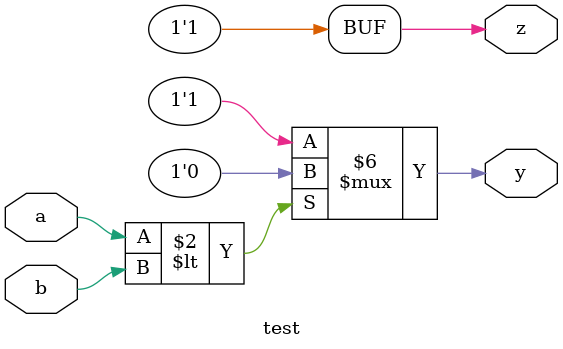
<source format=sv>
module test1
(
    input logic a, b,
    output logic y, z
);

always_comb begin
    if (a < b) begin
        y = 0;
        z = 1;
    end
    else begin
        y = 1;
        z = 1;
    end
end

endmodule

module test
(
    input logic a, b,
    output logic y, z
);

always_comb begin
    if (a < b) begin
        y = 0;
        z = 1;
    end
    else begin
        y = 1;
        z = 1;
    end
end

endmodule

</source>
